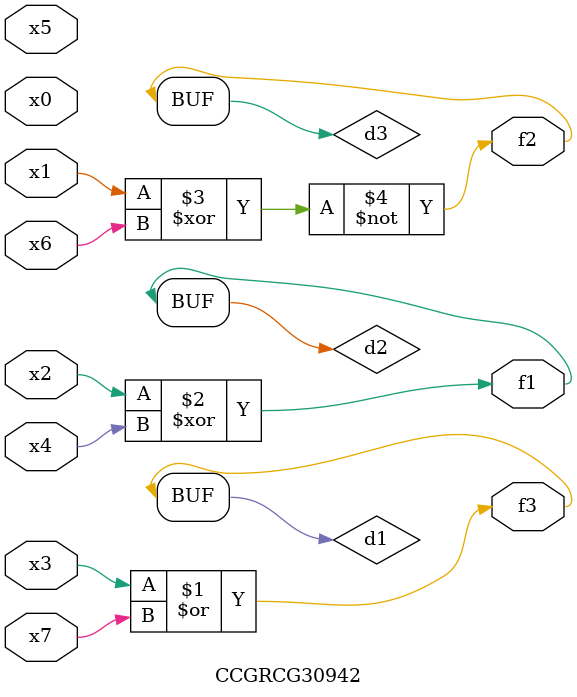
<source format=v>
module CCGRCG30942(
	input x0, x1, x2, x3, x4, x5, x6, x7,
	output f1, f2, f3
);

	wire d1, d2, d3;

	or (d1, x3, x7);
	xor (d2, x2, x4);
	xnor (d3, x1, x6);
	assign f1 = d2;
	assign f2 = d3;
	assign f3 = d1;
endmodule

</source>
